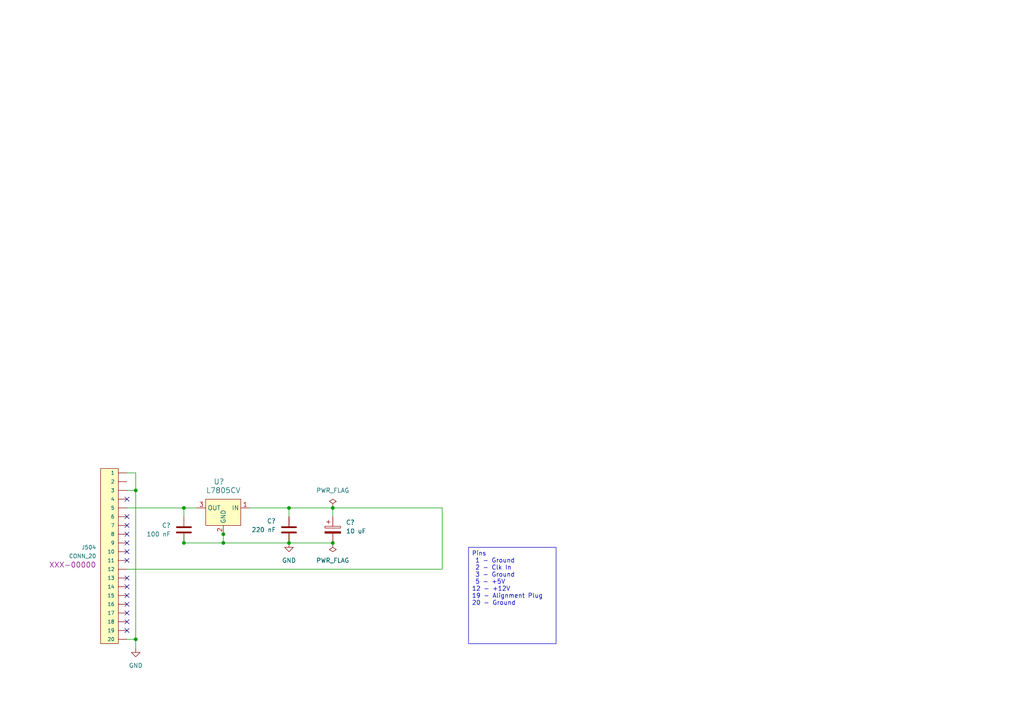
<source format=kicad_sch>
(kicad_sch (version 20230121) (generator eeschema)
  (paper "A4")
  (lib_symbols
    (symbol "Device:C" (pin_numbers hide) (pin_names (offset 0.254))
      (property "Reference" "C" (at 0.635 2.54 0))
      (property "Value" "C" (at 0.635 -2.54 0))
      (symbol "C_0_1"
        (polyline (pts (xy -2.032 -0.762) (xy 2.032 -0.762)) (stroke (width 0.508)))
        (polyline (pts (xy -2.032 0.762) (xy 2.032 0.762)) (stroke (width 0.508)))
      )
      (symbol "C_1_1"
        (pin passive line (at 0 3.81 270) (length 2.794) (name "~") (number "1"))
        (pin passive line (at 0 -3.81 90) (length 2.794) (name "~") (number "2"))
      )
    )
    (symbol "Device:C_Polarized" (pin_numbers hide) (pin_names (offset 0.254))
      (property "Reference" "C" (at 0.635 2.54 0))
      (property "Value" "C_Polarized" (at 0.635 -2.54 0))
      (symbol "C_Polarized_0_1"
        (rectangle (start -2.286 0.508) (end 2.286 1.016))
        (polyline (pts (xy -1.778 2.286) (xy -0.762 2.286)))
        (polyline (pts (xy -1.27 2.794) (xy -1.27 1.778)))
        (rectangle (start 2.286 -0.508) (end -2.286 -1.016) (fill (type outline)))
      )
      (symbol "C_Polarized_1_1"
        (pin passive line (at 0 3.81 270) (length 2.794) (name "~") (number "1"))
        (pin passive line (at 0 -3.81 90) (length 2.794) (name "~") (number "2"))
      )
    )
    (symbol "SparkFun-Connectors:CONN_20" (pin_numbers hide) (pin_names (offset 1.016))
      (property "Reference" "J" (at -5.08 50.8 0))
      (property "Value" "CONN_20" (at -5.08 -3.81 0))
      (property "Field4" "XXX-00000" (at 0 54.61 0))
      (symbol "CONN_20_0_1"
        (rectangle (start 0 -1.27) (end -5.08 49.53) (fill (type background)))
      )
      (symbol "CONN_20_1_1"
        (pin passive line (at 2.54 0 180) (length 2.54) (name "1") (number "1"))
        (pin passive line (at 2.54 22.86 180) (length 2.54) (name "10") (number "10"))
        (pin passive line (at 2.54 25.4 180) (length 2.54) (name "11") (number "11"))
        (pin passive line (at 2.54 27.94 180) (length 2.54) (name "12") (number "12"))
        (pin passive line (at 2.54 30.48 180) (length 2.54) (name "13") (number "13"))
        (pin passive line (at 2.54 33.02 180) (length 2.54) (name "14") (number "14"))
        (pin passive line (at 2.54 35.56 180) (length 2.54) (name "15") (number "15"))
        (pin passive line (at 2.54 38.1 180) (length 2.54) (name "16") (number "16"))
        (pin passive line (at 2.54 40.64 180) (length 2.54) (name "17") (number "17"))
        (pin passive line (at 2.54 43.18 180) (length 2.54) (name "18") (number "18"))
        (pin passive line (at 2.54 45.72 180) (length 2.54) (name "19") (number "19"))
        (pin passive line (at 2.54 2.54 180) (length 2.54) (name "2") (number "2"))
        (pin passive line (at 2.54 48.26 180) (length 2.54) (name "20") (number "20"))
        (pin passive line (at 2.54 5.08 180) (length 2.54) (name "3") (number "3"))
        (pin passive line (at 2.54 7.62 180) (length 2.54) (name "4") (number "4"))
        (pin passive line (at 2.54 10.16 180) (length 2.54) (name "5") (number "5"))
        (pin passive line (at 2.54 12.7 180) (length 2.54) (name "6") (number "6"))
        (pin passive line (at 2.54 15.24 180) (length 2.54) (name "7") (number "7"))
        (pin passive line (at 2.54 17.78 180) (length 2.54) (name "8") (number "8"))
        (pin passive line (at 2.54 20.32 180) (length 2.54) (name "9") (number "9"))
      )
    )
    (symbol "dk_PMIC-Voltage-Regulators-Linear:L7805CV"
      (property "Reference" "U" (at 0 3.81 0))
      (property "Value" "L7805CV" (at 0 6.35 0))
      (symbol "L7805CV_1_1"
        (rectangle (start -5.08 2.54) (end 5.08 -5.08) (fill (type background)))
        (pin power_in line (at -7.62 0 0) (length 2.54) (name "IN") (number "1"))
        (pin power_in line (at 0 -7.62 90) (length 2.54) (name "GND") (number "2"))
        (pin power_out line (at 7.62 0 180) (length 2.54) (name "OUT") (number "3"))
      )
    )
    (symbol "power:GND" (power) (pin_names (offset 0))
      (property "Value" "GND" (at 0 -3.81 0))
      (symbol "GND_0_1"
        (polyline (pts (xy 0 0) (xy 0 -1.27) (xy 1.27 -1.27) (xy 0 -2.54) (xy -1.27 -1.27) (xy 0 -1.27)))
      )
      (symbol "GND_1_1"
        (pin power_in line (at 0 0 270) (length 0) hide (name "GND") (number "1"))
      )
    )
    (symbol "power:PWR_FLAG" (power) (pin_numbers hide) (pin_names (offset 0) hide)
      (property "Value" "PWR_FLAG" (at 0 3.81 0))
      (symbol "PWR_FLAG_0_0"
        (pin power_out line (at 0 0 90) (length 0) (name "pwr") (number "1"))
      )
      (symbol "PWR_FLAG_0_1"
        (polyline (pts (xy 0 0) (xy 0 1.27) (xy -1.016 1.905) (xy 0 2.54) (xy 1.016 1.905) (xy 0 1.27)))
      )
    )
  )
  (junction (at 39.37 142.24))
  (junction (at 96.52 157.48))
  (junction (at 53.34 147.32))
  (junction (at 53.34 157.48))
  (junction (at 64.77 154.94))
  (junction (at 96.52 147.32))
  (junction (at 64.77 157.48))
  (junction (at 83.82 147.32))
  (junction (at 39.37 185.42))
  (junction (at 83.82 157.48))
  (no_connect (at 36.83 172.72))
  (no_connect (at 36.83 182.88))
  (no_connect (at 36.83 162.56))
  (no_connect (at 36.83 144.78))
  (no_connect (at 36.83 180.34))
  (no_connect (at 36.83 160.02))
  (no_connect (at 36.83 175.26))
  (no_connect (at 36.83 157.48))
  (no_connect (at 36.83 167.64))
  (no_connect (at 36.83 154.94))
  (no_connect (at 36.83 170.18))
  (no_connect (at 36.83 177.8))
  (no_connect (at 36.83 149.86))
  (no_connect (at 36.83 152.4))
  (wire (pts (xy 64.77 157.48) (xy 64.77 154.94)))
  (wire (pts (xy 36.83 137.16) (xy 39.37 137.16)))
  (wire (pts (xy 96.52 149.86) (xy 96.52 147.32)))
  (wire (pts (xy 64.77 157.48) (xy 53.34 157.48)))
  (wire (pts (xy 57.15 147.32) (xy 53.34 147.32)))
  (wire (pts (xy 53.34 157.48) (xy 53.34 154.94)))
  (wire (pts (xy 39.37 185.42) (xy 39.37 187.96)))
  (wire (pts (xy 83.82 147.32) (xy 72.39 147.32)))
  (wire (pts (xy 96.52 147.32) (xy 128.27 147.32)))
  (wire (pts (xy 36.83 142.24) (xy 39.37 142.24)))
  (wire (pts (xy 128.27 165.1) (xy 36.83 165.1)))
  (wire (pts (xy 64.77 152.4) (xy 64.77 154.94)))
  (wire (pts (xy 39.37 142.24) (xy 39.37 137.16)))
  (wire (pts (xy 96.52 147.32) (xy 83.82 147.32)))
  (wire (pts (xy 83.82 154.94) (xy 83.82 157.48)))
  (wire (pts (xy 83.82 157.48) (xy 64.77 157.48)))
  (wire (pts (xy 83.82 149.86) (xy 83.82 147.32)))
  (wire (pts (xy 39.37 142.24) (xy 39.37 185.42)))
  (wire (pts (xy 36.83 147.32) (xy 53.34 147.32)))
  (wire (pts (xy 53.34 149.86) (xy 53.34 147.32)))
  (wire (pts (xy 128.27 147.32) (xy 128.27 165.1)))
  (wire (pts (xy 96.52 154.94) (xy 96.52 157.48)))
  (wire (pts (xy 36.83 185.42) (xy 39.37 185.42)))
  (wire (pts (xy 96.52 157.48) (xy 83.82 157.48)))
  (text_box "Pins\n 1 - Ground\n 2 - Clk In\n 3 - Ground\n 5 - +5V\n12 - +12V\n19 - Alignment Plug\n20 - Ground" (at 135.89 158.75 0) (size 25.4 27.94) (effects (font (size 1.27 1.27)) (justify left top)))
  (symbol (lib_id "SparkFun-Connectors:CONN_20") (at 34.29 137.16 0) (mirror x) (unit 1)
    (property "Reference" "J504" (at 27.94 158.75 0) (effects (font (size 1.143 1.143)) (justify right)))
    (property "Value" "CONN_20" (at 27.94 161.29 0) (effects (font (size 1.143 1.143)) (justify right)))
    (property "Footprint" "1X20" (effects hide))
    (property "Field4" "XXX-00000" (at 27.94 163.83 0) (effects (font (size 1.524 1.524)) (justify right)))
    (instances (project "RFPowerAmp" (path "" (reference "J504") (unit 1)) (path "" (reference "J1") (unit 1))))
  )
  (symbol (lib_id "Device:C") (at 83.82 153.67 0) (mirror y) (unit 1)
    (property "Reference" "C?" (at 80.01 151.13 0) (effects (justify left)))
    (property "Value" "220 nF" (at 80.01 153.67 0) (effects (justify left)))
    (property "Footprint" "Capacitor_SMD:C_0805_2012Metric" (effects hide))
    (property "PartNo" "C0805C224K1RAC7800" (effects hide))
    (instances (project "RFPowerAmp" (path "" (reference "C?") (unit 1)) (path "" (reference "C3") (unit 1)) (path "" (reference "C2") (unit 1)) (path "" (reference "C5") (unit 1))) (project "Breadboard" (path "" (reference "C2") (unit 1))))
  )
  (symbol (lib_id "power:GND") (at 39.37 187.96 0) (unit 1)
    (property "Reference" "#PWR04" (effects hide))
    (property "Value" "GND" (at 39.37 193.04 0))
    (instances (project "RFPowerAmp" (path "" (reference "#PWR04") (unit 1)) (path "" (reference "#PWR026") (unit 1))))
  )
  (symbol (lib_id "power:GND") (at 83.82 157.48 0) (mirror y) (unit 1)
    (property "Reference" "#PWR?" (effects hide))
    (property "Value" "GND" (at 83.82 162.56 0))
    (instances (project "RFPowerAmp" (path "" (reference "#PWR?") (unit 1)) (path "" (reference "#PWR05") (unit 1)) (path "" (reference "#PWR05") (unit 1)) (path "" (reference "#PWR022") (unit 1))) (project "Breadboard" (path "" (reference "#PWR01") (unit 1))))
  )
  (symbol (lib_id "power:PWR_FLAG") (at 96.52 147.32 0) (mirror y) (unit 1)
    (property "Reference" "#FLG?" (effects hide))
    (property "Value" "PWR_FLAG" (at 96.52 142.24 0))
    (instances (project "RFPowerAmp" (path "" (reference "#FLG?") (unit 1)) (path "" (reference "#FLG01") (unit 1)) (path "" (reference "#FLG01") (unit 1)) (path "" (reference "#FLG03") (unit 1))) (project "Breadboard" (path "" (reference "#FLG01") (unit 1))))
  )
  (symbol (lib_id "dk_PMIC-Voltage-Regulators-Linear:L7805CV") (at 64.77 147.32 0) (mirror y) (unit 1)
    (property "Reference" "U?" (at 63.5 139.7 0) (effects (font (size 1.524 1.524))))
    (property "Value" "L7805CV" (at 64.77 142.24 0) (effects (font (size 1.524 1.524))))
    (property "Footprint" "digikey-footprints:TO-220-3" (effects hide))
    (property "Datasheet" "http://www.st.com/content/ccc/resource/technical/document/datasheet/41/4f/b3/b0/12/d4/47/88/CD00000444.pdf/files/CD00000444.pdf/jcr:content/translations/en.CD00000444.pdf" (effects hide))
    (property "Digi-Key_PN" "497-1443-5-ND" (effects hide))
    (property "MPN" "L7805CV" (effects hide))
    (property "Category" "Integrated Circuits (ICs)" (effects hide))
    (property "Family" "PMIC - Voltage Regulators - Linear" (effects hide))
    (property "DK_Datasheet_Link" "http://www.st.com/content/ccc/resource/technical/document/datasheet/41/4f/b3/b0/12/d4/47/88/CD00000444.pdf/files/CD00000444.pdf/jcr:content/translations/en.CD00000444.pdf" (effects hide))
    (property "DK_Detail_Page" "/product-detail/en/stmicroelectronics/L7805CV/497-1443-5-ND/585964" (effects hide))
    (property "Description" "IC REG LINEAR 5V 1.5A TO220AB" (effects hide))
    (property "Manufacturer" "STMicroelectronics" (effects hide))
    (property "Status" "Active" (effects hide))
    (instances (project "RFPowerAmp" (path "" (reference "U?") (unit 1)) (path "" (reference "U502") (unit 1)) (path "" (reference "U1") (unit 1))))
  )
  (symbol (lib_id "power:PWR_FLAG") (at 96.52 157.48 0) (mirror x) (unit 1)
    (property "Reference" "#FLG?" (effects hide))
    (property "Value" "PWR_FLAG" (at 96.52 162.56 0))
    (instances (project "RFPowerAmp" (path "" (reference "#FLG?") (unit 1)) (path "" (reference "#FLG02") (unit 1)) (path "" (reference "#FLG02") (unit 1)) (path "" (reference "#FLG04") (unit 1))) (project "Breadboard" (path "" (reference "#FLG02") (unit 1))))
  )
  (symbol (lib_id "Device:C_Polarized") (at 96.52 153.67 0) (unit 1)
    (property "Reference" "C?" (at 100.33 151.511 0) (effects (justify left)))
    (property "Value" "10 uF" (at 100.33 154.051 0) (effects (justify left)))
    (property "Footprint" "Capacitors:PANASONIC_C" (effects hide))
    (instances (project "RFPowerAmp" (path "" (reference "C?") (unit 1)) (path "" (reference "C201") (unit 1)) (path "" (reference "C1") (unit 1)) (path "" (reference "C6") (unit 1))) (project "Breadboard" (path "" (reference "C1") (unit 1))))
  )
  (symbol (lib_id "Device:C") (at 53.34 153.67 0) (mirror y) (unit 1)
    (property "Reference" "C?" (at 49.53 152.4 0) (effects (justify left)))
    (property "Value" "100 nF" (at 49.53 154.94 0) (effects (justify left)))
    (property "PartNo" "C0805C104K1RAC7800" (effects hide))
    (instances (project "RFPowerAmp" (path "" (reference "C?") (unit 1)) (path "" (reference "C3") (unit 1)) (path "" (reference "C4") (unit 1))))
  )
)
</source>
